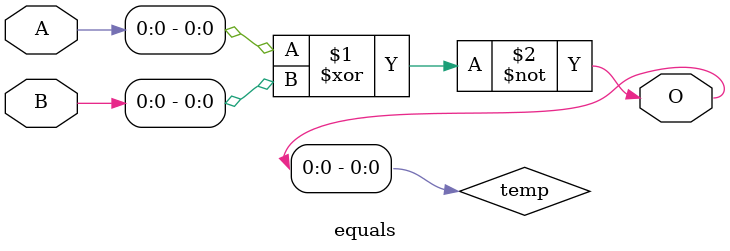
<source format=v>
module equals(A, B, O);
  input [63:0]A;
  input [63:0]B;
  output O;

  wire [63:0]temp;

  // xnor #72 g1(O,A,B);

  genvar i;
  generate
  for(i = 0; i <= 63; i = i+1)
  begin: for_loop
    xnor #7 (temp[i],A[i],B[i]);
  end
  endgenerate

  and #4(O,temp);

endmodule
</source>
